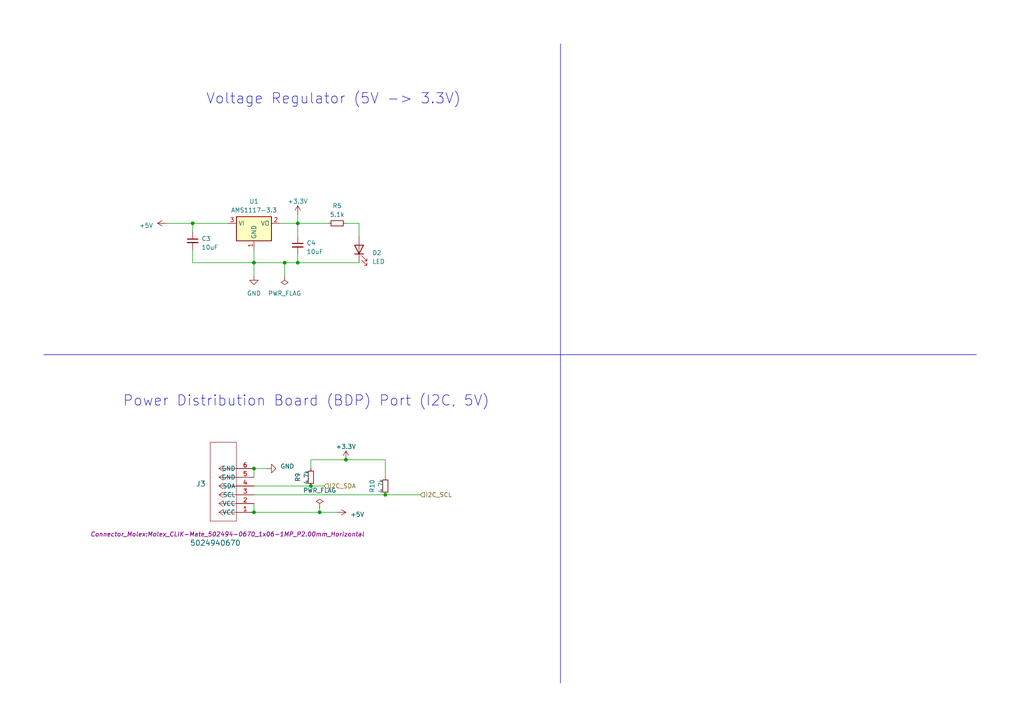
<source format=kicad_sch>
(kicad_sch (version 20231120) (generator "eeschema") (generator_version "8.0")
  (paper "A4")
  (lib_symbols
    (symbol "2024-04-08_11-05-54:5024940670" (pin_names (offset 0.254))
      (property "Reference" "J3" (at 29.21 -14.605 0))
      (property "Value" "5024940670" (at 19.05 2.54 0))
      (property "Footprint" "Connector_Molex:Molex_CLIK-Mate_502494-0670_1x06-1MP_P2.00mm_Horizontal" (at 22.86 0 0))
      (symbol "5024940670_1_1"
        (polyline (pts (xy 20.32 -26.67) (xy 27.94 -26.67)) (stroke (width 0.127)))
        (polyline (pts (xy 20.32 -3.81) (xy 20.32 -26.67)) (stroke (width 0.127)))
        (polyline (pts (xy 25.4 -19.05) (xy 20.32 -19.05)) (stroke (width 0.127)))
        (polyline (pts (xy 25.4 -19.05) (xy 24.13 -19.8967)) (stroke (width 0.127)))
        (polyline (pts (xy 25.4 -19.05) (xy 24.13 -18.2033)) (stroke (width 0.127)))
        (polyline (pts (xy 25.4 -16.51) (xy 20.32 -16.51)))
        (polyline (pts (xy 25.4 -16.51) (xy 24.13 -17.3567)) (stroke (width 0.127)))
        (polyline (pts (xy 25.4 -16.51) (xy 24.13 -15.6633)) (stroke (width 0.127)))
        (polyline (pts (xy 25.4 -13.97) (xy 20.32 -13.97)) (stroke (width 0.127)))
        (polyline (pts (xy 25.4 -13.97) (xy 24.13 -14.8167)) (stroke (width 0.127)))
        (polyline (pts (xy 25.4 -13.97) (xy 24.13 -13.1233)) (stroke (width 0.127)))
        (polyline (pts (xy 25.4 -11.43) (xy 20.32 -11.43)) (stroke (width 0.127)))
        (polyline (pts (xy 25.4 -11.43) (xy 24.13 -12.2767)) (stroke (width 0.127)))
        (polyline (pts (xy 25.4 -11.43) (xy 24.13 -10.5833)) (stroke (width 0.127)))
        (polyline (pts (xy 25.4 -8.89) (xy 20.32 -8.89)) (stroke (width 0.127)))
        (polyline (pts (xy 25.4 -8.89) (xy 24.13 -9.7367)) (stroke (width 0.127)))
        (polyline (pts (xy 25.4 -8.89) (xy 24.13 -8.0433)) (stroke (width 0.127)))
        (polyline (pts (xy 25.4 -6.35) (xy 20.32 -6.35)) (stroke (width 0.127)))
        (polyline (pts (xy 25.4 -6.35) (xy 24.13 -7.1967)) (stroke (width 0.127)))
        (polyline (pts (xy 25.4 -6.35) (xy 24.13 -5.5033)) (stroke (width 0.127)))
        (polyline (pts (xy 27.94 -26.67) (xy 27.94 -3.81)) (stroke (width 0.127)))
        (polyline (pts (xy 27.94 -3.81) (xy 20.32 -3.81)) (stroke (width 0.127)))
        (pin power_out line (at 15.24 -6.35 0) (length 5.08) (name "VCC") (number "1"))
        (pin power_out line (at 15.24 -8.89 0) (length 5.08) (name "VCC") (number "2"))
        (pin bidirectional line (at 15.24 -11.43 0) (length 5.08) (name "SCL") (number "3"))
        (pin bidirectional line (at 15.24 -13.97 0) (length 5.08) (name "SDA") (number "4"))
        (pin power_in line (at 15.24 -16.51 0) (length 5.08) (name "GND") (number "5"))
        (pin power_in line (at 15.24 -19.05 0) (length 5.08) (name "GND") (number "6"))
      )
      (symbol "5024940670_1_2"
        (polyline (pts (xy 5.08 -20.32) (xy 12.7 -20.32)) (stroke (width 0.127)))
        (polyline (pts (xy 5.08 2.54) (xy 5.08 -20.32)) (stroke (width 0.127)))
        (polyline (pts (xy 7.62 -17.78) (xy 5.08 -17.78)) (stroke (width 0.127)))
        (polyline (pts (xy 7.62 -17.78) (xy 8.89 -18.6267)) (stroke (width 0.127)))
        (polyline (pts (xy 7.62 -17.78) (xy 8.89 -16.9333)) (stroke (width 0.127)))
        (polyline (pts (xy 7.62 -15.24) (xy 5.08 -15.24)) (stroke (width 0.127)))
        (polyline (pts (xy 7.62 -15.24) (xy 8.89 -16.0867)) (stroke (width 0.127)))
        (polyline (pts (xy 7.62 -15.24) (xy 8.89 -14.3933)) (stroke (width 0.127)))
        (polyline (pts (xy 7.62 -12.7) (xy 5.08 -12.7)) (stroke (width 0.127)))
        (polyline (pts (xy 7.62 -12.7) (xy 8.89 -13.5467)) (stroke (width 0.127)))
        (polyline (pts (xy 7.62 -12.7) (xy 8.89 -11.8533)) (stroke (width 0.127)))
        (polyline (pts (xy 7.62 -10.16) (xy 5.08 -10.16)) (stroke (width 0.127)))
        (polyline (pts (xy 7.62 -10.16) (xy 8.89 -11.0067)) (stroke (width 0.127)))
        (polyline (pts (xy 7.62 -10.16) (xy 8.89 -9.3133)) (stroke (width 0.127)))
        (polyline (pts (xy 7.62 -7.62) (xy 5.08 -7.62)) (stroke (width 0.127)))
        (polyline (pts (xy 7.62 -7.62) (xy 8.89 -8.4667)) (stroke (width 0.127)))
        (polyline (pts (xy 7.62 -7.62) (xy 8.89 -6.7733)) (stroke (width 0.127)))
        (polyline (pts (xy 7.62 -5.08) (xy 5.08 -5.08)) (stroke (width 0.127)))
        (polyline (pts (xy 7.62 -5.08) (xy 8.89 -5.9267)) (stroke (width 0.127)))
        (polyline (pts (xy 7.62 -5.08) (xy 8.89 -4.2333)) (stroke (width 0.127)))
        (polyline (pts (xy 7.62 -2.54) (xy 5.08 -2.54)) (stroke (width 0.127)))
        (polyline (pts (xy 7.62 -2.54) (xy 8.89 -3.3867)) (stroke (width 0.127)))
        (polyline (pts (xy 7.62 -2.54) (xy 8.89 -1.6933)) (stroke (width 0.127)))
        (polyline (pts (xy 7.62 0) (xy 5.08 0)) (stroke (width 0.127)))
        (polyline (pts (xy 7.62 0) (xy 8.89 -0.8467)) (stroke (width 0.127)))
        (polyline (pts (xy 7.62 0) (xy 8.89 0.8467)) (stroke (width 0.127)))
        (polyline (pts (xy 12.7 -20.32) (xy 12.7 2.54)) (stroke (width 0.127)))
        (polyline (pts (xy 12.7 2.54) (xy 5.08 2.54)) (stroke (width 0.127)))
        (pin unspecified line (at 0 0 0) (length 5.08) (name "1") (number "1"))
        (pin unspecified line (at 0 -2.54 0) (length 5.08) (name "2") (number "2"))
        (pin unspecified line (at 0 -5.08 0) (length 5.08) (name "3") (number "3"))
        (pin unspecified line (at 0 -7.62 0) (length 5.08) (name "4") (number "4"))
        (pin unspecified line (at 0 -10.16 0) (length 5.08) (name "5") (number "5"))
        (pin unspecified line (at 0 -12.7 0) (length 5.08) (name "6") (number "6"))
        (pin unspecified line (at 0 -15.24 0) (length 5.08) (name "7") (number "7"))
        (pin unspecified line (at 0 -17.78 0) (length 5.08) (name "8") (number "8"))
      )
    )
    (symbol "Device:C_Small" (pin_numbers hide) (pin_names (offset 0.254) hide)
      (property "Reference" "C" (at 0.254 1.778 0))
      (property "Value" "C_Small" (at 0.254 -2.032 0))
      (symbol "C_Small_0_1"
        (polyline (pts (xy -1.524 -0.508) (xy 1.524 -0.508)) (stroke (width 0.3302)))
        (polyline (pts (xy -1.524 0.508) (xy 1.524 0.508)) (stroke (width 0.3048)))
      )
      (symbol "C_Small_1_1"
        (pin passive line (at 0 2.54 270) (length 2.032) (name "~") (number "1"))
        (pin passive line (at 0 -2.54 90) (length 2.032) (name "~") (number "2"))
      )
    )
    (symbol "Device:LED" (pin_numbers hide) (pin_names (offset 1.016) hide)
      (property "Reference" "D" (at 0 2.54 0))
      (property "Value" "LED" (at 0 -2.54 0))
      (symbol "LED_0_1"
        (polyline (pts (xy -1.27 -1.27) (xy -1.27 1.27)) (stroke (width 0.254)))
        (polyline (pts (xy -1.27 0) (xy 1.27 0)))
        (polyline (pts (xy 1.27 -1.27) (xy 1.27 1.27) (xy -1.27 0) (xy 1.27 -1.27)) (stroke (width 0.254)))
        (polyline (pts (xy -3.048 -0.762) (xy -4.572 -2.286) (xy -3.81 -2.286) (xy -4.572 -2.286) (xy -4.572 -1.524)))
        (polyline (pts (xy -1.778 -0.762) (xy -3.302 -2.286) (xy -2.54 -2.286) (xy -3.302 -2.286) (xy -3.302 -1.524)))
      )
      (symbol "LED_1_1"
        (pin passive line (at -3.81 0 0) (length 2.54) (name "K") (number "1"))
        (pin passive line (at 3.81 0 180) (length 2.54) (name "A") (number "2"))
      )
    )
    (symbol "Device:R_Small" (pin_numbers hide) (pin_names (offset 0.254) hide)
      (property "Reference" "R" (at 0.762 0.508 0))
      (property "Value" "R_Small" (at 0.762 -1.016 0))
      (symbol "R_Small_0_1"
        (rectangle (start -0.762 1.778) (end 0.762 -1.778) (stroke (width 0.2032)))
      )
      (symbol "R_Small_1_1"
        (pin passive line (at 0 2.54 270) (length 0.762) (name "~") (number "1"))
        (pin passive line (at 0 -2.54 90) (length 0.762) (name "~") (number "2"))
      )
    )
    (symbol "Regulator_Linear:AMS1117-3.3"
      (property "Reference" "U" (at -3.81 3.175 0))
      (property "Value" "AMS1117-3.3" (at 0 3.175 0))
      (symbol "AMS1117-3.3_0_1"
        (rectangle (start -5.08 -5.08) (end 5.08 1.905) (stroke (width 0.254)) (fill (type background)))
      )
      (symbol "AMS1117-3.3_1_1"
        (pin power_in line (at 0 -7.62 90) (length 2.54) (name "GND") (number "1"))
        (pin power_out line (at 7.62 0 180) (length 2.54) (name "VO") (number "2"))
        (pin power_in line (at -7.62 0 0) (length 2.54) (name "VI") (number "3"))
      )
    )
    (symbol "power:+3.3V" (power) (pin_names (offset 0))
      (property "Value" "+3.3V" (at 0 3.556 0))
      (symbol "+3.3V_0_1"
        (polyline (pts (xy -0.762 1.27) (xy 0 2.54)))
        (polyline (pts (xy 0 0) (xy 0 2.54)))
        (polyline (pts (xy 0 2.54) (xy 0.762 1.27)))
      )
      (symbol "+3.3V_1_1"
        (pin power_in line (at 0 0 90) (length 0) hide (name "+3.3V") (number "1"))
      )
    )
    (symbol "power:+5V" (power) (pin_names (offset 0))
      (property "Value" "+5V" (at 0 3.556 0))
      (symbol "+5V_0_1"
        (polyline (pts (xy -0.762 1.27) (xy 0 2.54)))
        (polyline (pts (xy 0 0) (xy 0 2.54)))
        (polyline (pts (xy 0 2.54) (xy 0.762 1.27)))
      )
      (symbol "+5V_1_1"
        (pin power_in line (at 0 0 90) (length 0) hide (name "+5V") (number "1"))
      )
    )
    (symbol "power:GND" (power) (pin_names (offset 0))
      (property "Value" "GND" (at 0 -3.81 0))
      (symbol "GND_0_1"
        (polyline (pts (xy 0 0) (xy 0 -1.27) (xy 1.27 -1.27) (xy 0 -2.54) (xy -1.27 -1.27) (xy 0 -1.27)))
      )
      (symbol "GND_1_1"
        (pin power_in line (at 0 0 270) (length 0) hide (name "GND") (number "1"))
      )
    )
    (symbol "power:PWR_FLAG" (power) (pin_numbers hide) (pin_names (offset 0) hide)
      (property "Value" "PWR_FLAG" (at 0 3.81 0))
      (symbol "PWR_FLAG_0_0"
        (pin power_out line (at 0 0 90) (length 0) (name "pwr") (number "1"))
      )
      (symbol "PWR_FLAG_0_1"
        (polyline (pts (xy 0 0) (xy 0 1.27) (xy -1.016 1.905) (xy 0 2.54) (xy 1.016 1.905) (xy 0 1.27)))
      )
    )
  )
  (junction (at 92.71 148.59))
  (junction (at 86.36 64.77))
  (junction (at 73.66 76.2))
  (junction (at 73.66 135.89))
  (junction (at 73.66 148.59))
  (junction (at 86.36 76.2))
  (junction (at 100.33 133.35))
  (junction (at 82.55 76.2))
  (junction (at 55.88 64.77))
  (junction (at 90.17 140.97))
  (junction (at 111.76 143.51))
  (wire (pts (xy 86.36 64.77) (xy 95.25 64.77)))
  (wire (pts (xy 100.33 64.77) (xy 104.14 64.77)))
  (polyline (pts (xy 12.7 102.87) (xy 283.21 102.87)))
  (wire (pts (xy 48.26 64.77) (xy 55.88 64.77)))
  (wire (pts (xy 92.71 147.32) (xy 92.71 148.59)))
  (wire (pts (xy 92.71 148.59) (xy 97.79 148.59)))
  (wire (pts (xy 55.88 64.77) (xy 55.88 67.31)))
  (wire (pts (xy 104.14 64.77) (xy 104.14 68.58)))
  (wire (pts (xy 86.36 62.23) (xy 86.36 64.77)))
  (wire (pts (xy 82.55 76.2) (xy 73.66 76.2)))
  (wire (pts (xy 73.66 146.05) (xy 73.66 148.59)))
  (wire (pts (xy 73.66 135.89) (xy 73.66 138.43)))
  (wire (pts (xy 73.66 148.59) (xy 92.71 148.59)))
  (wire (pts (xy 73.66 72.39) (xy 73.66 76.2)))
  (wire (pts (xy 73.66 140.97) (xy 90.17 140.97)))
  (wire (pts (xy 55.88 72.39) (xy 55.88 76.2)))
  (wire (pts (xy 111.76 133.35) (xy 111.76 138.43)))
  (polyline (pts (xy 162.56 12.7) (xy 162.56 198.12)))
  (wire (pts (xy 121.92 143.51) (xy 111.76 143.51)))
  (wire (pts (xy 55.88 76.2) (xy 73.66 76.2)))
  (wire (pts (xy 111.76 143.51) (xy 73.66 143.51)))
  (wire (pts (xy 100.33 133.35) (xy 111.76 133.35)))
  (wire (pts (xy 73.66 76.2) (xy 73.66 80.01)))
  (wire (pts (xy 82.55 76.2) (xy 82.55 80.01)))
  (wire (pts (xy 82.55 76.2) (xy 86.36 76.2)))
  (wire (pts (xy 90.17 133.35) (xy 100.33 133.35)))
  (wire (pts (xy 55.88 64.77) (xy 66.04 64.77)))
  (wire (pts (xy 90.17 135.89) (xy 90.17 133.35)))
  (wire (pts (xy 90.17 140.97) (xy 93.98 140.97)))
  (wire (pts (xy 73.66 135.89) (xy 77.47 135.89)))
  (wire (pts (xy 86.36 73.66) (xy 86.36 76.2)))
  (wire (pts (xy 81.28 64.77) (xy 86.36 64.77)))
  (wire (pts (xy 86.36 64.77) (xy 86.36 68.58)))
  (wire (pts (xy 104.14 76.2) (xy 86.36 76.2)))
  (text "Voltage Regulator (5V -> 3.3V)" (at 59.69 30.48 0) (effects (font (size 3 3)) (justify left bottom)))
  (text "Power Distribution Board (BDP) Port (I2C, 5V)" (at 35.56 118.11 0) (effects (font (size 3 3)) (justify left bottom)))
  (hierarchical_label "I2C_SDA" (shape input) (at 93.98 140.97 0))
  (hierarchical_label "I2C_SCL" (shape input) (at 121.92 143.51 0))
  (symbol (lib_id "power:+3.3V") (at 100.33 133.35 0) (unit 1)
    (property "Reference" "#PWR023" (effects (hide yes)))
    (property "Value" "+3.3V" (at 100.33 129.54 0))
  )
  (symbol (lib_id "Device:R_Small") (at 90.17 138.43 180) (unit 1)
    (property "Reference" "R9" (at 86.36 138.43 90))
    (property "Value" "4.7k" (at 88.9 138.43 90))
    (property "Footprint" "Resistor_SMD:R_0805_2012Metric" (effects (hide yes)))
    (property "LCSC" "C17673" (effects (hide yes)))
  )
  (symbol (lib_id "power:+3.3V") (at 86.36 62.23 0) (unit 1)
    (property "Reference" "#PWR057" (effects (hide yes)))
    (property "Value" "+3.3V" (at 86.36 58.42 0))
  )
  (symbol (lib_id "Device:R_Small") (at 111.76 140.97 180) (unit 1)
    (property "Reference" "R10" (at 107.95 140.97 90))
    (property "Value" "4.7k" (at 110.49 140.97 90))
    (property "Footprint" "Resistor_SMD:R_0805_2012Metric" (effects (hide yes)))
    (property "LCSC" "C17673" (effects (hide yes)))
  )
  (symbol (lib_id "power:+5V") (at 48.26 64.77 90) (unit 1)
    (property "Reference" "#PWR054" (effects (hide yes)))
    (property "Value" "+5V" (at 44.45 65.405 90) (effects (justify left)))
  )
  (symbol (lib_id "power:+5V") (at 97.79 148.59 270) (unit 1)
    (property "Reference" "#PWR046" (effects (hide yes)))
    (property "Value" "+5V" (at 101.6 149.225 90) (effects (justify left)))
  )
  (symbol (lib_id "Device:LED") (at 104.14 72.39 90) (unit 1)
    (property "Reference" "D2" (at 107.95 73.3425 90) (effects (justify right)))
    (property "Value" "LED" (at 107.95 75.8825 90) (effects (justify right)))
    (property "Footprint" "LED_SMD:LED_0603_1608Metric" (effects (hide yes)))
    (property "LCSC" "C2286" (effects (hide yes)))
  )
  (symbol (lib_id "Device:C_Small") (at 55.88 69.85 0) (unit 1)
    (property "Reference" "C3" (at 58.42 69.2213 0) (effects (justify left)))
    (property "Value" "10uF" (at 58.42 71.7613 0) (effects (justify left)))
    (property "Footprint" "Capacitor_SMD:C_0805_2012Metric" (effects (hide yes)))
    (property "LCSC" "C15850" (effects (hide yes)))
  )
  (symbol (lib_id "Regulator_Linear:AMS1117-3.3") (at 73.66 64.77 0) (unit 1)
    (property "Reference" "U1" (at 73.66 58.42 0))
    (property "Value" "AMS1117-3.3" (at 73.66 60.96 0))
    (property "Footprint" "Package_TO_SOT_SMD:SOT-223-3_TabPin2" (effects (hide yes)))
    (property "Datasheet" "http://www.advanced-monolithic.com/pdf/ds1117.pdf" (effects (hide yes)))
    (property "LCSC" "C6186" (effects (hide yes)))
  )
  (symbol (lib_id "power:PWR_FLAG") (at 82.55 80.01 180) (unit 1)
    (property "Reference" "#FLG01" (effects (hide yes)))
    (property "Value" "PWR_FLAG" (at 82.55 85.09 0))
  )
  (symbol (lib_id "Device:C_Small") (at 86.36 71.12 0) (unit 1)
    (property "Reference" "C4" (at 88.9 70.4913 0) (effects (justify left)))
    (property "Value" "10uF" (at 88.9 73.0313 0) (effects (justify left)))
    (property "Footprint" "Capacitor_SMD:C_0805_2012Metric" (effects (hide yes)))
    (property "LCSC" "C15850" (effects (hide yes)))
  )
  (symbol (lib_id "power:PWR_FLAG") (at 92.71 147.32 0) (unit 1)
    (property "Reference" "#FLG02" (effects (hide yes)))
    (property "Value" "PWR_FLAG" (at 92.71 142.24 0))
  )
  (symbol (lib_id "2024-04-08_11-05-54:5024940670") (at 88.9 154.94 180) (unit 1)
    (property "Reference" "J3" (at 59.69 140.335 0) (effects (font (size 1.524 1.524)) (justify left)))
    (property "Value" "5024940670" (at 69.85 157.48 0) (effects (font (size 1.524 1.524)) (justify left)))
    (property "Footprint" "Connector_Molex:Molex_CLIK-Mate_502494-0670_1x06-1MP_P2.00mm_Horizontal" (at 66.04 154.94 0) (effects (font (italic yes))))
    (property "LCSC" "C587930" (effects (hide yes)))
  )
  (symbol (lib_id "power:GND") (at 73.66 80.01 0) (unit 1)
    (property "Reference" "#PWR056" (effects (hide yes)))
    (property "Value" "GND" (at 73.66 85.09 0))
  )
  (symbol (lib_id "power:GND") (at 77.47 135.89 90) (unit 1)
    (property "Reference" "#PWR022" (effects (hide yes)))
    (property "Value" "GND" (at 81.28 135.255 90) (effects (justify right)))
  )
  (symbol (lib_id "Device:R_Small") (at 97.79 64.77 90) (unit 1)
    (property "Reference" "R5" (at 97.79 59.69 90))
    (property "Value" "5.1k" (at 97.79 62.23 90))
    (property "Footprint" "Resistor_SMD:R_0805_2012Metric" (effects (hide yes)))
    (property "LCSC" "C27834" (effects (hide yes)))
  )
)
</source>
